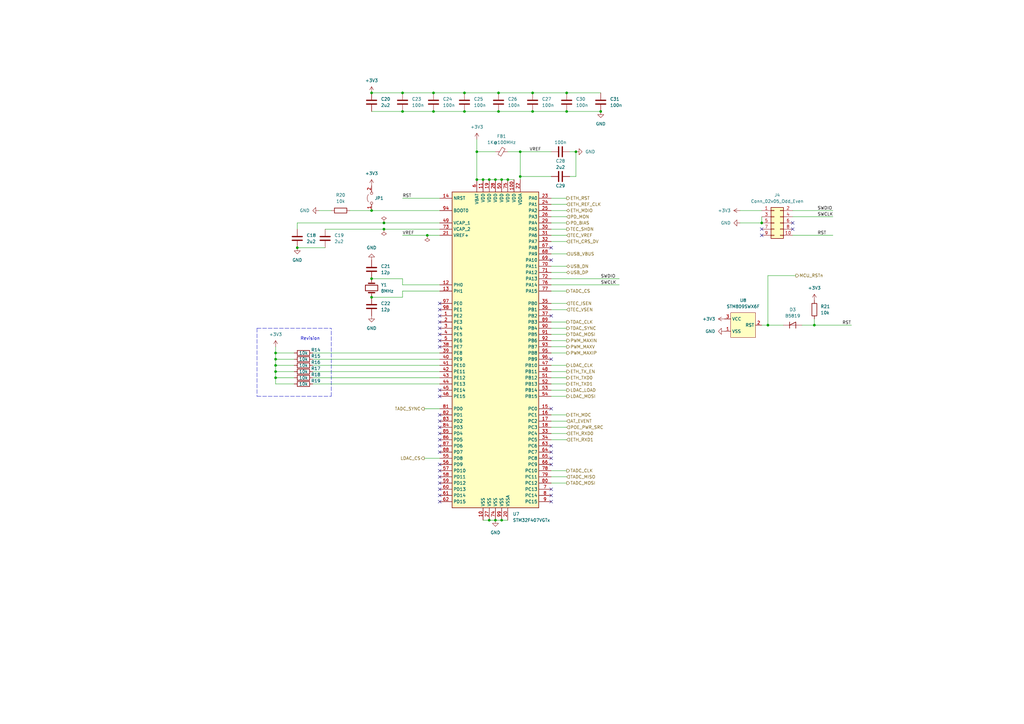
<source format=kicad_sch>
(kicad_sch (version 20211123) (generator eeschema)
  (paper "A3")
  (title_block (title "Kirdy") (date "2022-07-03") (rev "r0.1") (company "M-Labs") (comment 1 "Alex Wong Tat Hang"))
  (lib_symbols
    (symbol "Connector_Generic:Conn_02x05_Odd_Even" (pin_names (offset 1.016) hide)
      (property "Reference" "J" (at 1.27 7.62 0))
      (property "Value" "Conn_02x05_Odd_Even" (at 1.27 -7.62 0))
      (symbol "Conn_02x05_Odd_Even_1_1"
        (rectangle (start -1.27 -4.953) (end 0 -5.207) (stroke (width 0.1524)))
        (rectangle (start -1.27 -2.413) (end 0 -2.667) (stroke (width 0.1524)))
        (rectangle (start -1.27 0.127) (end 0 -0.127) (stroke (width 0.1524)))
        (rectangle (start -1.27 2.667) (end 0 2.413) (stroke (width 0.1524)))
        (rectangle (start -1.27 5.207) (end 0 4.953) (stroke (width 0.1524)))
        (rectangle (start -1.27 6.35) (end 3.81 -6.35) (stroke (width 0.254)) (fill (type background)))
        (rectangle (start 3.81 -4.953) (end 2.54 -5.207) (stroke (width 0.1524)))
        (rectangle (start 3.81 -2.413) (end 2.54 -2.667) (stroke (width 0.1524)))
        (rectangle (start 3.81 0.127) (end 2.54 -0.127) (stroke (width 0.1524)))
        (rectangle (start 3.81 2.667) (end 2.54 2.413) (stroke (width 0.1524)))
        (rectangle (start 3.81 5.207) (end 2.54 4.953) (stroke (width 0.1524)))
        (pin passive line (at -5.08 5.08 0) (length 3.81) (name "Pin_1") (number "1"))
        (pin passive line (at 7.62 -5.08 180) (length 3.81) (name "Pin_10") (number "10"))
        (pin passive line (at 7.62 5.08 180) (length 3.81) (name "Pin_2") (number "2"))
        (pin passive line (at -5.08 2.54 0) (length 3.81) (name "Pin_3") (number "3"))
        (pin passive line (at 7.62 2.54 180) (length 3.81) (name "Pin_4") (number "4"))
        (pin passive line (at -5.08 0 0) (length 3.81) (name "Pin_5") (number "5"))
        (pin passive line (at 7.62 0 180) (length 3.81) (name "Pin_6") (number "6"))
        (pin passive line (at -5.08 -2.54 0) (length 3.81) (name "Pin_7") (number "7"))
        (pin passive line (at 7.62 -2.54 180) (length 3.81) (name "Pin_8") (number "8"))
        (pin passive line (at -5.08 -5.08 0) (length 3.81) (name "Pin_9") (number "9"))
      )
    )
    (symbol "Device:C" (pin_numbers hide) (pin_names (offset 0.254))
      (property "Reference" "C" (at 0.635 2.54 0))
      (property "Value" "C" (at 0.635 -2.54 0))
      (symbol "C_0_1"
        (polyline (pts (xy -2.032 -0.762) (xy 2.032 -0.762)) (stroke (width 0.508)))
        (polyline (pts (xy -2.032 0.762) (xy 2.032 0.762)) (stroke (width 0.508)))
      )
      (symbol "C_1_1"
        (pin passive line (at 0 3.81 270) (length 2.794) (name "~") (number "1"))
        (pin passive line (at 0 -3.81 90) (length 2.794) (name "~") (number "2"))
      )
    )
    (symbol "Device:Crystal" (pin_numbers hide) (pin_names (offset 1.016) hide)
      (property "Reference" "Y" (at 0 3.81 0))
      (property "Value" "Crystal" (at 0 -3.81 0))
      (symbol "Crystal_0_1"
        (rectangle (start -1.143 2.54) (end 1.143 -2.54) (stroke (width 0.3048)))
        (polyline (pts (xy -2.54 0) (xy -1.905 0)))
        (polyline (pts (xy -1.905 -1.27) (xy -1.905 1.27)) (stroke (width 0.508)))
        (polyline (pts (xy 1.905 -1.27) (xy 1.905 1.27)) (stroke (width 0.508)))
        (polyline (pts (xy 2.54 0) (xy 1.905 0)))
      )
      (symbol "Crystal_1_1"
        (pin passive line (at -3.81 0 0) (length 1.27) (name "1") (number "1"))
        (pin passive line (at 3.81 0 180) (length 1.27) (name "2") (number "2"))
      )
    )
    (symbol "Device:D_Shockley" (pin_numbers hide) (pin_names (offset 1.016) hide)
      (property "Reference" "D" (at 0 2.54 0))
      (property "Value" "D_Shockley" (at 0 -2.54 0))
      (symbol "D_Shockley_0_1"
        (polyline (pts (xy -1.27 0) (xy 1.27 0)))
        (polyline (pts (xy -1.27 1.27) (xy -1.27 -1.27)) (stroke (width 0.254)))
        (polyline (pts (xy -1.27 0) (xy 1.27 1.27) (xy 1.27 -1.27)) (stroke (width 0.254)))
      )
      (symbol "D_Shockley_1_1"
        (pin passive line (at -3.81 0 0) (length 2.54) (name "K") (number "1"))
        (pin passive line (at 3.81 0 180) (length 2.54) (name "A") (number "2"))
      )
    )
    (symbol "Device:FerriteBead_Small" (pin_numbers hide) (pin_names (offset 0))
      (property "Reference" "FB" (at 1.905 1.27 0))
      (property "Value" "FerriteBead_Small" (at 1.905 -1.27 0))
      (symbol "FerriteBead_Small_0_1"
        (polyline (pts (xy 0 -1.27) (xy 0 -0.7874)))
        (polyline (pts (xy 0 0.889) (xy 0 1.2954)))
        (polyline (pts (xy -1.8288 0.2794) (xy -1.1176 1.4986) (xy 1.8288 -0.2032) (xy 1.1176 -1.4224) (xy -1.8288 0.2794)))
      )
      (symbol "FerriteBead_Small_1_1"
        (pin passive line (at 0 2.54 270) (length 1.27) (name "~") (number "1"))
        (pin passive line (at 0 -2.54 90) (length 1.27) (name "~") (number "2"))
      )
    )
    (symbol "Device:R" (pin_numbers hide) (pin_names (offset 0))
      (property "Reference" "R" (at 2.032 0 90))
      (property "Value" "R" (at 0 0 90))
      (symbol "R_0_1"
        (rectangle (start -1.016 -2.54) (end 1.016 2.54) (stroke (width 0.254)))
      )
      (symbol "R_1_1"
        (pin passive line (at 0 3.81 270) (length 1.27) (name "~") (number "1"))
        (pin passive line (at 0 -3.81 90) (length 1.27) (name "~") (number "2"))
      )
    )
    (symbol "Jumper:Jumper_2_Open" (pin_names (offset 0) hide)
      (property "Reference" "JP" (at 0 2.794 0))
      (property "Value" "Jumper_2_Open" (at 0 -2.286 0))
      (symbol "Jumper_2_Open_0_0"
        (circle (center -2.032 0) (radius 0.508))
        (circle (center 2.032 0) (radius 0.508))
      )
      (symbol "Jumper_2_Open_0_1"
        (arc (start 1.524 1.27) (mid 0 1.778) (end -1.524 1.27))
      )
      (symbol "Jumper_2_Open_1_1"
        (pin passive line (at -5.08 0 0) (length 2.54) (name "A") (number "1"))
        (pin passive line (at 5.08 0 180) (length 2.54) (name "B") (number "2"))
      )
    )
    (symbol "MCU_ST_STM32F4:STM32F407VGTx"
      (property "Reference" "U" (at -17.78 64.77 0))
      (property "Value" "STM32F407VGTx" (at 12.7 64.77 0))
      (symbol "STM32F407VGTx_0_1"
        (rectangle (start -17.78 -66.04) (end 17.78 63.5) (stroke (width 0.254)) (fill (type background)))
      )
      (symbol "STM32F407VGTx_1_1"
        (pin bidirectional line (at -22.86 12.7 0) (length 5.08) (name "PE2") (number "1"))
        (pin power_in line (at -5.08 -71.12 90) (length 5.08) (name "VSS") (number "10"))
        (pin power_in line (at 7.62 68.58 270) (length 5.08) (name "VDD") (number "100"))
        (pin power_in line (at -5.08 68.58 270) (length 5.08) (name "VDD") (number "11"))
        (pin input line (at -22.86 25.4 0) (length 5.08) (name "PH0") (number "12"))
        (pin input line (at -22.86 22.86 0) (length 5.08) (name "PH1") (number "13"))
        (pin input line (at -22.86 60.96 0) (length 5.08) (name "NRST") (number "14"))
        (pin bidirectional line (at 22.86 -25.4 180) (length 5.08) (name "PC0") (number "15"))
        (pin bidirectional line (at 22.86 -27.94 180) (length 5.08) (name "PC1") (number "16"))
        (pin bidirectional line (at 22.86 -30.48 180) (length 5.08) (name "PC2") (number "17"))
        (pin bidirectional line (at 22.86 -33.02 180) (length 5.08) (name "PC3") (number "18"))
        (pin power_in line (at -2.54 68.58 270) (length 5.08) (name "VDD") (number "19"))
        (pin bidirectional line (at -22.86 10.16 0) (length 5.08) (name "PE3") (number "2"))
        (pin power_in line (at 5.08 -71.12 90) (length 5.08) (name "VSSA") (number "20"))
        (pin power_in line (at -22.86 45.72 0) (length 5.08) (name "VREF+") (number "21"))
        (pin power_in line (at 10.16 68.58 270) (length 5.08) (name "VDDA") (number "22"))
        (pin bidirectional line (at 22.86 60.96 180) (length 5.08) (name "PA0") (number "23"))
        (pin bidirectional line (at 22.86 58.42 180) (length 5.08) (name "PA1") (number "24"))
        (pin bidirectional line (at 22.86 55.88 180) (length 5.08) (name "PA2") (number "25"))
        (pin bidirectional line (at 22.86 53.34 180) (length 5.08) (name "PA3") (number "26"))
        (pin power_in line (at -2.54 -71.12 90) (length 5.08) (name "VSS") (number "27"))
        (pin power_in line (at 0 68.58 270) (length 5.08) (name "VDD") (number "28"))
        (pin bidirectional line (at 22.86 50.8 180) (length 5.08) (name "PA4") (number "29"))
        (pin bidirectional line (at -22.86 7.62 0) (length 5.08) (name "PE4") (number "3"))
        (pin bidirectional line (at 22.86 48.26 180) (length 5.08) (name "PA5") (number "30"))
        (pin bidirectional line (at 22.86 45.72 180) (length 5.08) (name "PA6") (number "31"))
        (pin bidirectional line (at 22.86 43.18 180) (length 5.08) (name "PA7") (number "32"))
        (pin bidirectional line (at 22.86 -35.56 180) (length 5.08) (name "PC4") (number "33"))
        (pin bidirectional line (at 22.86 -38.1 180) (length 5.08) (name "PC5") (number "34"))
        (pin bidirectional line (at 22.86 17.78 180) (length 5.08) (name "PB0") (number "35"))
        (pin bidirectional line (at 22.86 15.24 180) (length 5.08) (name "PB1") (number "36"))
        (pin bidirectional line (at 22.86 12.7 180) (length 5.08) (name "PB2") (number "37"))
        (pin bidirectional line (at -22.86 0 0) (length 5.08) (name "PE7") (number "38"))
        (pin bidirectional line (at -22.86 -2.54 0) (length 5.08) (name "PE8") (number "39"))
        (pin bidirectional line (at -22.86 5.08 0) (length 5.08) (name "PE5") (number "4"))
        (pin bidirectional line (at -22.86 -5.08 0) (length 5.08) (name "PE9") (number "40"))
        (pin bidirectional line (at -22.86 -7.62 0) (length 5.08) (name "PE10") (number "41"))
        (pin bidirectional line (at -22.86 -10.16 0) (length 5.08) (name "PE11") (number "42"))
        (pin bidirectional line (at -22.86 -12.7 0) (length 5.08) (name "PE12") (number "43"))
        (pin bidirectional line (at -22.86 -15.24 0) (length 5.08) (name "PE13") (number "44"))
        (pin bidirectional line (at -22.86 -17.78 0) (length 5.08) (name "PE14") (number "45"))
        (pin bidirectional line (at -22.86 -20.32 0) (length 5.08) (name "PE15") (number "46"))
        (pin bidirectional line (at 22.86 -7.62 180) (length 5.08) (name "PB10") (number "47"))
        (pin bidirectional line (at 22.86 -10.16 180) (length 5.08) (name "PB11") (number "48"))
        (pin power_in line (at -22.86 50.8 0) (length 5.08) (name "VCAP_1") (number "49"))
        (pin bidirectional line (at -22.86 2.54 0) (length 5.08) (name "PE6") (number "5"))
        (pin power_in line (at 2.54 68.58 270) (length 5.08) (name "VDD") (number "50"))
        (pin bidirectional line (at 22.86 -12.7 180) (length 5.08) (name "PB12") (number "51"))
        (pin bidirectional line (at 22.86 -15.24 180) (length 5.08) (name "PB13") (number "52"))
        (pin bidirectional line (at 22.86 -17.78 180) (length 5.08) (name "PB14") (number "53"))
        (pin bidirectional line (at 22.86 -20.32 180) (length 5.08) (name "PB15") (number "54"))
        (pin bidirectional line (at -22.86 -45.72 0) (length 5.08) (name "PD8") (number "55"))
        (pin bidirectional line (at -22.86 -48.26 0) (length 5.08) (name "PD9") (number "56"))
        (pin bidirectional line (at -22.86 -50.8 0) (length 5.08) (name "PD10") (number "57"))
        (pin bidirectional line (at -22.86 -53.34 0) (length 5.08) (name "PD11") (number "58"))
        (pin bidirectional line (at -22.86 -55.88 0) (length 5.08) (name "PD12") (number "59"))
        (pin power_in line (at -7.62 68.58 270) (length 5.08) (name "VBAT") (number "6"))
        (pin bidirectional line (at -22.86 -58.42 0) (length 5.08) (name "PD13") (number "60"))
        (pin bidirectional line (at -22.86 -60.96 0) (length 5.08) (name "PD14") (number "61"))
        (pin bidirectional line (at -22.86 -63.5 0) (length 5.08) (name "PD15") (number "62"))
        (pin bidirectional line (at 22.86 -40.64 180) (length 5.08) (name "PC6") (number "63"))
        (pin bidirectional line (at 22.86 -43.18 180) (length 5.08) (name "PC7") (number "64"))
        (pin bidirectional line (at 22.86 -45.72 180) (length 5.08) (name "PC8") (number "65"))
        (pin bidirectional line (at 22.86 -48.26 180) (length 5.08) (name "PC9") (number "66"))
        (pin bidirectional line (at 22.86 40.64 180) (length 5.08) (name "PA8") (number "67"))
        (pin bidirectional line (at 22.86 38.1 180) (length 5.08) (name "PA9") (number "68"))
        (pin bidirectional line (at 22.86 35.56 180) (length 5.08) (name "PA10") (number "69"))
        (pin bidirectional line (at 22.86 -58.42 180) (length 5.08) (name "PC13") (number "7"))
        (pin bidirectional line (at 22.86 33.02 180) (length 5.08) (name "PA11") (number "70"))
        (pin bidirectional line (at 22.86 30.48 180) (length 5.08) (name "PA12") (number "71"))
        (pin bidirectional line (at 22.86 27.94 180) (length 5.08) (name "PA13") (number "72"))
        (pin power_in line (at -22.86 48.26 0) (length 5.08) (name "VCAP_2") (number "73"))
        (pin power_in line (at 0 -71.12 90) (length 5.08) (name "VSS") (number "74"))
        (pin power_in line (at 5.08 68.58 270) (length 5.08) (name "VDD") (number "75"))
        (pin bidirectional line (at 22.86 25.4 180) (length 5.08) (name "PA14") (number "76"))
        (pin bidirectional line (at 22.86 22.86 180) (length 5.08) (name "PA15") (number "77"))
        (pin bidirectional line (at 22.86 -50.8 180) (length 5.08) (name "PC10") (number "78"))
        (pin bidirectional line (at 22.86 -53.34 180) (length 5.08) (name "PC11") (number "79"))
        (pin bidirectional line (at 22.86 -60.96 180) (length 5.08) (name "PC14") (number "8"))
        (pin bidirectional line (at 22.86 -55.88 180) (length 5.08) (name "PC12") (number "80"))
        (pin bidirectional line (at -22.86 -25.4 0) (length 5.08) (name "PD0") (number "81"))
        (pin bidirectional line (at -22.86 -27.94 0) (length 5.08) (name "PD1") (number "82"))
        (pin bidirectional line (at -22.86 -30.48 0) (length 5.08) (name "PD2") (number "83"))
        (pin bidirectional line (at -22.86 -33.02 0) (length 5.08) (name "PD3") (number "84"))
        (pin bidirectional line (at -22.86 -35.56 0) (length 5.08) (name "PD4") (number "85"))
        (pin bidirectional line (at -22.86 -38.1 0) (length 5.08) (name "PD5") (number "86"))
        (pin bidirectional line (at -22.86 -40.64 0) (length 5.08) (name "PD6") (number "87"))
        (pin bidirectional line (at -22.86 -43.18 0) (length 5.08) (name "PD7") (number "88"))
        (pin bidirectional line (at 22.86 10.16 180) (length 5.08) (name "PB3") (number "89"))
        (pin bidirectional line (at 22.86 -63.5 180) (length 5.08) (name "PC15") (number "9"))
        (pin bidirectional line (at 22.86 7.62 180) (length 5.08) (name "PB4") (number "90"))
        (pin bidirectional line (at 22.86 5.08 180) (length 5.08) (name "PB5") (number "91"))
        (pin bidirectional line (at 22.86 2.54 180) (length 5.08) (name "PB6") (number "92"))
        (pin bidirectional line (at 22.86 0 180) (length 5.08) (name "PB7") (number "93"))
        (pin input line (at -22.86 55.88 0) (length 5.08) (name "BOOT0") (number "94"))
        (pin bidirectional line (at 22.86 -2.54 180) (length 5.08) (name "PB8") (number "95"))
        (pin bidirectional line (at 22.86 -5.08 180) (length 5.08) (name "PB9") (number "96"))
        (pin bidirectional line (at -22.86 17.78 0) (length 5.08) (name "PE0") (number "97"))
        (pin bidirectional line (at -22.86 15.24 0) (length 5.08) (name "PE1") (number "98"))
        (pin power_in line (at 2.54 -71.12 90) (length 5.08) (name "VSS") (number "99"))
      )
    )
    (symbol "kirdy:STM809SWX6F"
      (property "Reference" "U" (at 0 -10.16 0))
      (property "Value" "STM809SWX6F" (at 0 -7.62 0))
      (symbol "STM809SWX6F_0_0"
        (pin power_in line (at -7.62 -2.54 0) (length 2.54) (name "VSS") (number "1"))
        (pin output line (at 7.62 0 180) (length 2.54) (name "RST") (number "2"))
        (pin power_in line (at -7.62 2.54 0) (length 2.54) (name "VCC") (number "3"))
      )
      (symbol "STM809SWX6F_0_1"
        (rectangle (start -5.08 5.08) (end 5.08 -5.08) (fill (type background)))
      )
    )
    (symbol "power:+3V3" (power) (pin_names (offset 0))
      (property "Value" "+3V3" (at 0 3.556 0))
      (symbol "+3V3_0_1"
        (polyline (pts (xy -0.762 1.27) (xy 0 2.54)))
        (polyline (pts (xy 0 0) (xy 0 2.54)))
        (polyline (pts (xy 0 2.54) (xy 0.762 1.27)))
      )
      (symbol "+3V3_1_1"
        (pin power_in line (at 0 0 90) (length 0) hide (name "+3V3") (number "1"))
      )
    )
    (symbol "power:GND" (power) (pin_names (offset 0))
      (property "Value" "GND" (at 0 -3.81 0))
      (symbol "GND_0_1"
        (polyline (pts (xy 0 0) (xy 0 -1.27) (xy 1.27 -1.27) (xy 0 -2.54) (xy -1.27 -1.27) (xy 0 -1.27)))
      )
      (symbol "GND_1_1"
        (pin power_in line (at 0 0 270) (length 0) hide (name "GND") (number "1"))
      )
    )
    (symbol "power:PWR_FLAG" (power) (pin_numbers hide) (pin_names (offset 0) hide)
      (property "Value" "PWR_FLAG" (at 0 3.81 0))
      (symbol "PWR_FLAG_0_0"
        (pin power_out line (at 0 0 90) (length 0) (name "pwr") (number "1"))
      )
      (symbol "PWR_FLAG_0_1"
        (polyline (pts (xy 0 0) (xy 0 1.27) (xy -1.016 1.905) (xy 0 2.54) (xy 1.016 1.905) (xy 0 1.27)))
      )
    )
  )
  (junction (at 165.1 38.1))
  (junction (at 152.4 114.3))
  (junction (at 198.12 73.66))
  (junction (at 157.48 93.98))
  (junction (at 205.74 213.36))
  (junction (at 177.8 38.1))
  (junction (at 213.36 72.39))
  (junction (at 236.22 62.23))
  (junction (at 152.4 38.1))
  (junction (at 195.58 73.66))
  (junction (at 121.92 101.6))
  (junction (at 200.66 73.66))
  (junction (at 203.2 213.36))
  (junction (at 175.26 96.52))
  (junction (at 204.47 38.1))
  (junction (at 152.4 86.36))
  (junction (at 113.03 154.94))
  (junction (at 177.8 45.72))
  (junction (at 232.41 45.72))
  (junction (at 314.96 133.35))
  (junction (at 113.03 152.4))
  (junction (at 200.66 213.36))
  (junction (at 157.48 91.44))
  (junction (at 208.28 73.66))
  (junction (at 113.03 144.78))
  (junction (at 190.5 45.72))
  (junction (at 165.1 45.72))
  (junction (at 203.2 73.66))
  (junction (at 232.41 38.1))
  (junction (at 334.01 133.35))
  (junction (at 213.36 62.23))
  (junction (at 190.5 38.1))
  (junction (at 204.47 45.72))
  (junction (at 113.03 147.32))
  (junction (at 218.44 38.1))
  (junction (at 246.38 45.72))
  (junction (at 205.74 73.66))
  (junction (at 152.4 121.92))
  (junction (at 195.58 62.23))
  (junction (at 312.42 91.44))
  (junction (at 218.44 45.72))
  (junction (at 113.03 149.86))
  (no_connect (at 312.42 96.52))
  (no_connect (at 325.12 93.98))
  (no_connect (at 325.12 91.44))
  (no_connect (at 312.42 93.98))
  (no_connect (at 180.34 198.12))
  (no_connect (at 180.34 200.66))
  (no_connect (at 180.34 203.2))
  (no_connect (at 180.34 205.74))
  (no_connect (at 226.06 200.66))
  (no_connect (at 226.06 203.2))
  (no_connect (at 226.06 205.74))
  (no_connect (at 226.06 187.96))
  (no_connect (at 226.06 190.5))
  (no_connect (at 180.34 170.18))
  (no_connect (at 180.34 172.72))
  (no_connect (at 180.34 175.26))
  (no_connect (at 180.34 177.8))
  (no_connect (at 180.34 180.34))
  (no_connect (at 180.34 182.88))
  (no_connect (at 180.34 185.42))
  (no_connect (at 180.34 190.5))
  (no_connect (at 180.34 193.04))
  (no_connect (at 180.34 195.58))
  (no_connect (at 226.06 101.6))
  (no_connect (at 226.06 106.68))
  (no_connect (at 226.06 129.54))
  (no_connect (at 180.34 129.54))
  (no_connect (at 180.34 124.46))
  (no_connect (at 180.34 127))
  (no_connect (at 226.06 147.32))
  (no_connect (at 226.06 167.64))
  (no_connect (at 226.06 182.88))
  (no_connect (at 226.06 185.42))
  (no_connect (at 180.34 162.56))
  (no_connect (at 180.34 160.02))
  (no_connect (at 180.34 132.08))
  (no_connect (at 180.34 134.62))
  (no_connect (at 180.34 137.16))
  (no_connect (at 180.34 139.7))
  (no_connect (at 180.34 142.24))
  (wire (pts (xy 226.06 180.34) (xy 232.41 180.34)))
  (wire (pts (xy 226.06 170.18) (xy 232.41 170.18)))
  (wire (pts (xy 226.06 160.02) (xy 232.41 160.02)))
  (wire (pts (xy 226.06 99.06) (xy 232.41 99.06)))
  (wire (pts (xy 165.1 116.84) (xy 180.34 116.84)))
  (wire (pts (xy 226.06 104.14) (xy 232.41 104.14)))
  (wire (pts (xy 226.06 86.36) (xy 232.41 86.36)))
  (polyline (pts (xy 105.41 162.56) (xy 135.89 162.56)))
  (wire (pts (xy 175.26 96.52) (xy 180.34 96.52)))
  (wire (pts (xy 198.12 213.36) (xy 200.66 213.36)))
  (wire (pts (xy 218.44 45.72) (xy 232.41 45.72)))
  (wire (pts (xy 312.42 88.9) (xy 312.42 91.44)))
  (wire (pts (xy 165.1 81.28) (xy 180.34 81.28)))
  (wire (pts (xy 233.68 72.39) (xy 236.22 72.39)))
  (wire (pts (xy 113.03 152.4) (xy 113.03 154.94)))
  (wire (pts (xy 195.58 62.23) (xy 203.2 62.23)))
  (wire (pts (xy 121.92 101.6) (xy 133.35 101.6)))
  (wire (pts (xy 173.99 187.96) (xy 180.34 187.96)))
  (wire (pts (xy 325.12 96.52) (xy 341.63 96.52)))
  (wire (pts (xy 203.2 213.36) (xy 205.74 213.36)))
  (wire (pts (xy 328.93 133.35) (xy 334.01 133.35)))
  (wire (pts (xy 312.42 133.35) (xy 314.96 133.35)))
  (wire (pts (xy 226.06 139.7) (xy 232.41 139.7)))
  (polyline (pts (xy 135.89 162.56) (xy 135.89 134.62)))
  (wire (pts (xy 226.06 116.84) (xy 254 116.84)))
  (wire (pts (xy 204.47 38.1) (xy 218.44 38.1)))
  (wire (pts (xy 113.03 152.4) (xy 120.65 152.4)))
  (wire (pts (xy 128.27 149.86) (xy 180.34 149.86)))
  (wire (pts (xy 113.03 149.86) (xy 120.65 149.86)))
  (wire (pts (xy 152.4 45.72) (xy 165.1 45.72)))
  (wire (pts (xy 157.48 93.98) (xy 180.34 93.98)))
  (wire (pts (xy 314.96 113.03) (xy 326.39 113.03)))
  (wire (pts (xy 128.27 147.32) (xy 180.34 147.32)))
  (wire (pts (xy 165.1 119.38) (xy 165.1 121.92)))
  (wire (pts (xy 208.28 62.23) (xy 213.36 62.23)))
  (wire (pts (xy 113.03 154.94) (xy 113.03 157.48)))
  (wire (pts (xy 133.35 93.98) (xy 157.48 93.98)))
  (wire (pts (xy 226.06 177.8) (xy 232.41 177.8)))
  (wire (pts (xy 226.06 193.04) (xy 232.41 193.04)))
  (wire (pts (xy 334.01 133.35) (xy 334.01 130.81)))
  (wire (pts (xy 113.03 147.32) (xy 113.03 149.86)))
  (wire (pts (xy 334.01 133.35) (xy 349.25 133.35)))
  (wire (pts (xy 113.03 154.94) (xy 120.65 154.94)))
  (wire (pts (xy 226.06 154.94) (xy 232.41 154.94)))
  (wire (pts (xy 213.36 62.23) (xy 213.36 72.39)))
  (wire (pts (xy 226.06 111.76) (xy 232.41 111.76)))
  (wire (pts (xy 226.06 134.62) (xy 232.41 134.62)))
  (wire (pts (xy 226.06 149.86) (xy 232.41 149.86)))
  (wire (pts (xy 314.96 133.35) (xy 321.31 133.35)))
  (wire (pts (xy 226.06 137.16) (xy 232.41 137.16)))
  (wire (pts (xy 226.06 93.98) (xy 232.41 93.98)))
  (wire (pts (xy 177.8 38.1) (xy 190.5 38.1)))
  (wire (pts (xy 200.66 213.36) (xy 203.2 213.36)))
  (wire (pts (xy 203.2 73.66) (xy 205.74 73.66)))
  (wire (pts (xy 195.58 62.23) (xy 195.58 73.66)))
  (wire (pts (xy 233.68 62.23) (xy 236.22 62.23)))
  (wire (pts (xy 177.8 45.72) (xy 190.5 45.72)))
  (wire (pts (xy 226.06 198.12) (xy 232.41 198.12)))
  (wire (pts (xy 232.41 38.1) (xy 246.38 38.1)))
  (wire (pts (xy 195.58 73.66) (xy 198.12 73.66)))
  (wire (pts (xy 213.36 62.23) (xy 226.06 62.23)))
  (wire (pts (xy 165.1 121.92) (xy 152.4 121.92)))
  (wire (pts (xy 113.03 144.78) (xy 113.03 147.32)))
  (wire (pts (xy 226.06 172.72) (xy 232.41 172.72)))
  (wire (pts (xy 152.4 86.36) (xy 180.34 86.36)))
  (wire (pts (xy 198.12 73.66) (xy 200.66 73.66)))
  (wire (pts (xy 113.03 144.78) (xy 120.65 144.78)))
  (wire (pts (xy 113.03 149.86) (xy 113.03 152.4)))
  (wire (pts (xy 213.36 72.39) (xy 213.36 73.66)))
  (wire (pts (xy 226.06 124.46) (xy 232.41 124.46)))
  (wire (pts (xy 226.06 152.4) (xy 232.41 152.4)))
  (wire (pts (xy 325.12 86.36) (xy 341.63 86.36)))
  (polyline (pts (xy 105.41 134.62) (xy 105.41 162.56)))
  (wire (pts (xy 226.06 195.58) (xy 232.41 195.58)))
  (wire (pts (xy 165.1 96.52) (xy 175.26 96.52)))
  (wire (pts (xy 113.03 147.32) (xy 120.65 147.32)))
  (wire (pts (xy 208.28 73.66) (xy 210.82 73.66)))
  (wire (pts (xy 165.1 45.72) (xy 177.8 45.72)))
  (wire (pts (xy 165.1 119.38) (xy 180.34 119.38)))
  (wire (pts (xy 226.06 142.24) (xy 232.41 142.24)))
  (wire (pts (xy 165.1 116.84) (xy 165.1 114.3)))
  (wire (pts (xy 226.06 132.08) (xy 232.41 132.08)))
  (wire (pts (xy 121.92 93.98) (xy 121.92 91.44)))
  (wire (pts (xy 213.36 72.39) (xy 226.06 72.39)))
  (wire (pts (xy 128.27 154.94) (xy 180.34 154.94)))
  (wire (pts (xy 236.22 72.39) (xy 236.22 62.23)))
  (wire (pts (xy 205.74 73.66) (xy 208.28 73.66)))
  (wire (pts (xy 157.48 91.44) (xy 180.34 91.44)))
  (wire (pts (xy 226.06 109.22) (xy 232.41 109.22)))
  (wire (pts (xy 113.03 142.24) (xy 113.03 144.78)))
  (wire (pts (xy 303.53 91.44) (xy 312.42 91.44)))
  (wire (pts (xy 218.44 38.1) (xy 232.41 38.1)))
  (wire (pts (xy 113.03 157.48) (xy 120.65 157.48)))
  (wire (pts (xy 226.06 175.26) (xy 232.41 175.26)))
  (wire (pts (xy 226.06 88.9) (xy 232.41 88.9)))
  (wire (pts (xy 232.41 45.72) (xy 246.38 45.72)))
  (wire (pts (xy 314.96 133.35) (xy 314.96 113.03)))
  (wire (pts (xy 226.06 96.52) (xy 232.41 96.52)))
  (wire (pts (xy 195.58 57.15) (xy 195.58 62.23)))
  (wire (pts (xy 226.06 119.38) (xy 232.41 119.38)))
  (wire (pts (xy 190.5 38.1) (xy 204.47 38.1)))
  (wire (pts (xy 165.1 38.1) (xy 177.8 38.1)))
  (wire (pts (xy 152.4 38.1) (xy 165.1 38.1)))
  (wire (pts (xy 204.47 45.72) (xy 218.44 45.72)))
  (wire (pts (xy 226.06 127) (xy 232.41 127)))
  (wire (pts (xy 226.06 81.28) (xy 232.41 81.28)))
  (wire (pts (xy 226.06 83.82) (xy 232.41 83.82)))
  (wire (pts (xy 205.74 213.36) (xy 208.28 213.36)))
  (wire (pts (xy 303.53 86.36) (xy 312.42 86.36)))
  (wire (pts (xy 226.06 144.78) (xy 232.41 144.78)))
  (wire (pts (xy 165.1 114.3) (xy 152.4 114.3)))
  (polyline (pts (xy 105.41 134.62) (xy 135.89 134.62)))
  (wire (pts (xy 143.51 86.36) (xy 152.4 86.36)))
  (wire (pts (xy 226.06 91.44) (xy 232.41 91.44)))
  (wire (pts (xy 130.81 86.36) (xy 135.89 86.36)))
  (wire (pts (xy 121.92 91.44) (xy 157.48 91.44)))
  (wire (pts (xy 226.06 162.56) (xy 232.41 162.56)))
  (wire (pts (xy 190.5 45.72) (xy 204.47 45.72)))
  (wire (pts (xy 128.27 144.78) (xy 180.34 144.78)))
  (wire (pts (xy 226.06 114.3) (xy 254 114.3)))
  (wire (pts (xy 226.06 157.48) (xy 232.41 157.48)))
  (wire (pts (xy 325.12 88.9) (xy 341.63 88.9)))
  (wire (pts (xy 173.99 167.64) (xy 180.34 167.64)))
  (wire (pts (xy 128.27 152.4) (xy 180.34 152.4)))
  (wire (pts (xy 128.27 157.48) (xy 180.34 157.48)))
  (wire (pts (xy 200.66 73.66) (xy 203.2 73.66)))
  (text "Revision\n" (at 123.19 139.7 0) (effects (font (size 1.27 1.27)) (justify left bottom)))
  (label "VREF" (at 217.17 62.23 0))
  (label "SWDIO" (at 246.38 114.3 0))
  (label "SWCLK" (at 335.28 88.9 0))
  (label "RST" (at 165.1 81.28 0))
  (label "SWDIO" (at 335.28 86.36 0))
  (label "VREF" (at 165.1 96.52 0))
  (label "RST" (at 345.44 133.35 0))
  (label "RST" (at 335.28 96.52 0))
  (label "SWCLK" (at 246.38 116.84 0))
  (hierarchical_label "USB_DP" (shape bidirectional) (at 232.41 111.76 0))
  (hierarchical_label "TEC_VREF" (shape input) (at 232.41 96.52 0))
  (hierarchical_label "ETH_REF_CLK" (shape input) (at 232.41 83.82 0))
  (hierarchical_label "USB_VBUS" (shape input) (at 232.41 104.14 0))
  (hierarchical_label "TADC_CLK" (shape output) (at 232.41 193.04 0))
  (hierarchical_label "TDAC_MOSI" (shape output) (at 232.41 137.16 0))
  (hierarchical_label "PWM_MAXIP" (shape output) (at 232.41 144.78 0))
  (hierarchical_label "USB_DN" (shape bidirectional) (at 232.41 109.22 0))
  (hierarchical_label "ETH_RST" (shape output) (at 232.41 81.28 0))
  (hierarchical_label "TEC_SHDN" (shape output) (at 232.41 93.98 0))
  (hierarchical_label "ETH_TXD1" (shape output) (at 232.41 157.48 0))
  (hierarchical_label "ETH_MDIO" (shape bidirectional) (at 232.41 86.36 0))
  (hierarchical_label "LDAC_MOSI" (shape output) (at 232.41 162.56 0))
  (hierarchical_label "AT_EVENT" (shape input) (at 232.41 172.72 0))
  (hierarchical_label "PWM_MAXV" (shape output) (at 232.41 142.24 0))
  (hierarchical_label "POE_PWR_SRC" (shape input) (at 232.41 175.26 0))
  (hierarchical_label "MCU_RSTn" (shape output) (at 326.39 113.03 0))
  (hierarchical_label "TADC_CS" (shape output) (at 232.41 119.38 0))
  (hierarchical_label "ETH_RXD0" (shape input) (at 232.41 177.8 0))
  (hierarchical_label "PD_BIAS" (shape output) (at 232.41 91.44 0))
  (hierarchical_label "TADC_MISO" (shape input) (at 232.41 195.58 0))
  (hierarchical_label "LDAC_CS" (shape output) (at 173.99 187.96 180))
  (hierarchical_label "TADC_MOSI" (shape output) (at 232.41 198.12 0))
  (hierarchical_label "ETH_CRS_DV" (shape input) (at 232.41 99.06 0))
  (hierarchical_label "TADC_SYNC" (shape output) (at 173.99 167.64 180))
  (hierarchical_label "PWM_MAXIN" (shape output) (at 232.41 139.7 0))
  (hierarchical_label "TEC_ISEN" (shape input) (at 232.41 124.46 0))
  (hierarchical_label "TEC_VSEN" (shape input) (at 232.41 127 0))
  (hierarchical_label "ETH_TX_EN" (shape output) (at 232.41 152.4 0))
  (hierarchical_label "TDAC_SYNC" (shape output) (at 232.41 134.62 0))
  (hierarchical_label "ETH_TXD0" (shape output) (at 232.41 154.94 0))
  (hierarchical_label "PD_MON" (shape input) (at 232.41 88.9 0))
  (hierarchical_label "ETH_RXD1" (shape input) (at 232.41 180.34 0))
  (hierarchical_label "LDAC_LOAD" (shape output) (at 232.41 160.02 0))
  (hierarchical_label "ETH_MDC" (shape output) (at 232.41 170.18 0))
  (hierarchical_label "LDAC_CLK" (shape output) (at 232.41 149.86 0))
  (hierarchical_label "TDAC_CLK" (shape output) (at 232.41 132.08 0))
  (symbol (lib_id "Connector_Generic:Conn_02x05_Odd_Even") (at 317.5 91.44 0) (unit 1)
    (property "Reference" "J4" (at 318.77 80.01 0))
    (property "Value" "Conn_02x05_Odd_Even" (at 318.77 82.55 0))
  )
  (symbol (lib_id "Device:FerriteBead_Small") (at 205.74 62.23 90) (unit 1)
    (property "Reference" "FB1" (at 205.7019 55.88 90))
    (property "Value" "1K@100MHz" (at 205.7019 58.42 90))
  )
  (symbol (lib_id "power:+3V3") (at 152.4 76.2 0) (unit 1)
    (property "Reference" "#PWR045" (effects hide))
    (property "Value" "+3V3" (at 152.4 71.12 0))
  )
  (symbol (lib_id "Device:C") (at 133.35 97.79 0) (unit 1)
    (property "Reference" "C19" (at 137.16 96.5199 0) (effects (justify left)))
    (property "Value" "2u2" (at 137.16 99.0599 0) (effects (justify left)))
  )
  (symbol (lib_id "Device:R") (at 334.01 127 0) (unit 1)
    (property "Reference" "R21" (at 336.55 125.7299 0) (effects (justify left)))
    (property "Value" "10k" (at 336.55 128.2699 0) (effects (justify left)))
  )
  (symbol (lib_id "kirdy:STM809SWX6F") (at 304.8 133.35 0) (unit 1)
    (property "Reference" "U8" (at 304.8 123.19 0))
    (property "Value" "STM809SWX6F" (at 304.8 125.73 0))
    (property "Footprint" "Package_TO_SOT_SMD:SOT-23" (effects hide))
  )
  (symbol (lib_id "Device:C") (at 177.8 41.91 0) (unit 1)
    (property "Reference" "C24" (at 181.61 40.6399 0) (effects (justify left)))
    (property "Value" "100n" (at 181.61 43.1799 0) (effects (justify left)))
  )
  (symbol (lib_id "Device:C") (at 232.41 41.91 0) (unit 1)
    (property "Reference" "C30" (at 236.22 40.6399 0) (effects (justify left)))
    (property "Value" "100n" (at 236.22 43.1799 0) (effects (justify left)))
  )
  (symbol (lib_id "Device:R") (at 124.46 149.86 90) (unit 1)
    (property "Reference" "R16" (at 129.54 148.59 90))
    (property "Value" "10k" (at 124.46 149.86 90))
  )
  (symbol (lib_id "Device:C") (at 190.5 41.91 0) (unit 1)
    (property "Reference" "C25" (at 194.31 40.6399 0) (effects (justify left)))
    (property "Value" "100n" (at 194.31 43.1799 0) (effects (justify left)))
  )
  (symbol (lib_id "power:+3V3") (at 334.01 123.19 0) (unit 1)
    (property "Reference" "#PWR056" (effects hide))
    (property "Value" "+3V3" (at 334.01 118.11 0))
  )
  (symbol (lib_id "power:GND") (at 236.22 62.23 90) (unit 1)
    (property "Reference" "#PWR050" (effects hide))
    (property "Value" "GND" (at 240.03 62.2299 90) (effects (justify right)))
  )
  (symbol (lib_id "power:GND") (at 203.2 213.36 0) (unit 1)
    (property "Reference" "#PWR049" (effects hide))
    (property "Value" "GND" (at 203.2 218.44 0))
  )
  (symbol (lib_id "Device:C") (at 246.38 41.91 0) (unit 1)
    (property "Reference" "C31" (at 250.19 40.6399 0) (effects (justify left)))
    (property "Value" "100n" (at 250.19 43.1799 0) (effects (justify left)))
  )
  (symbol (lib_id "Jumper:Jumper_2_Open") (at 152.4 81.28 90) (unit 1)
    (property "Reference" "JP1" (at 153.67 81.28 90) (effects (justify right)))
    (property "Value" "Jumper_2_Open" (effects hide))
  )
  (symbol (lib_id "power:+3V3") (at 303.53 86.36 90) (unit 1)
    (property "Reference" "#PWR054" (effects hide))
    (property "Value" "+3V3" (at 299.72 86.3599 90) (effects (justify left)))
  )
  (symbol (lib_id "Device:C") (at 218.44 41.91 0) (unit 1)
    (property "Reference" "C27" (at 222.25 40.6399 0) (effects (justify left)))
    (property "Value" "100n" (at 222.25 43.1799 0) (effects (justify left)))
  )
  (symbol (lib_id "Device:Crystal") (at 152.4 118.11 90) (unit 1)
    (property "Reference" "Y1" (at 156.21 116.8399 90) (effects (justify right)))
    (property "Value" "8MHz" (at 156.21 119.3799 90) (effects (justify right)))
  )
  (symbol (lib_id "power:PWR_FLAG") (at 157.48 93.98 180) (unit 1)
    (property "Reference" "#FLG04" (effects hide))
    (property "Value" "PWR_FLAG" (effects hide))
  )
  (symbol (lib_id "MCU_ST_STM32F4:STM32F407VGTx") (at 203.2 142.24 0) (unit 1)
    (property "Reference" "U7" (at 210.2994 210.82 0) (effects (justify left)))
    (property "Value" "STM32F407VGTx" (at 210.2994 213.36 0) (effects (justify left)))
    (property "Footprint" "Package_QFP:LQFP-100_14x14mm_P0.5mm" (effects hide))
    (property "Datasheet" "http://www.st.com/st-web-ui/static/active/en/resource/technical/document/datasheet/DM00037051.pdf" (effects hide))
  )
  (symbol (lib_id "Device:R") (at 124.46 147.32 90) (unit 1)
    (property "Reference" "R15" (at 129.54 146.05 90))
    (property "Value" "10k" (at 124.46 147.32 90))
  )
  (symbol (lib_id "power:PWR_FLAG") (at 157.48 91.44 0) (unit 1)
    (property "Reference" "#FLG03" (effects hide))
    (property "Value" "PWR_FLAG" (effects hide))
  )
  (symbol (lib_id "power:+3V3") (at 113.03 142.24 0) (unit 1)
    (property "Reference" "#PWR041" (effects hide))
    (property "Value" "+3V3" (at 113.03 137.16 0))
  )
  (symbol (lib_id "power:GND") (at 297.18 135.89 270) (unit 1)
    (property "Reference" "#PWR053" (effects hide))
    (property "Value" "GND" (at 293.37 135.8899 90) (effects (justify right)))
  )
  (symbol (lib_id "Device:C") (at 229.87 62.23 90) (unit 1)
    (property "Reference" "C28" (at 229.87 66.04 90))
    (property "Value" "100n" (at 229.87 58.42 90))
  )
  (symbol (lib_id "Device:C") (at 229.87 72.39 90) (unit 1)
    (property "Reference" "C29" (at 229.87 76.2 90))
    (property "Value" "2u2" (at 229.87 68.58 90))
  )
  (symbol (lib_id "Device:C") (at 165.1 41.91 0) (unit 1)
    (property "Reference" "C23" (at 168.91 40.6399 0) (effects (justify left)))
    (property "Value" "100n" (at 168.91 43.1799 0) (effects (justify left)))
  )
  (symbol (lib_id "Device:R") (at 124.46 144.78 90) (unit 1)
    (property "Reference" "R14" (at 129.54 143.51 90))
    (property "Value" "10k" (at 124.46 144.78 90))
  )
  (symbol (lib_id "power:GND") (at 246.38 45.72 0) (unit 1)
    (property "Reference" "#PWR051" (effects hide))
    (property "Value" "GND" (at 246.38 50.8 0))
  )
  (symbol (lib_id "Device:R") (at 124.46 152.4 90) (unit 1)
    (property "Reference" "R17" (at 129.54 151.13 90))
    (property "Value" "10k" (at 124.46 152.4 90))
  )
  (symbol (lib_id "power:GND") (at 152.4 129.54 0) (unit 1)
    (property "Reference" "#PWR047" (effects hide))
    (property "Value" "GND" (at 152.4 134.62 0))
  )
  (symbol (lib_id "power:PWR_FLAG") (at 175.26 96.52 180) (unit 1)
    (property "Reference" "#FLG05" (effects hide))
    (property "Value" "PWR_FLAG" (effects hide))
  )
  (symbol (lib_id "Device:C") (at 204.47 41.91 0) (unit 1)
    (property "Reference" "C26" (at 208.28 40.6399 0) (effects (justify left)))
    (property "Value" "100n" (at 208.28 43.1799 0) (effects (justify left)))
  )
  (symbol (lib_id "power:GND") (at 130.81 86.36 270) (unit 1)
    (property "Reference" "#PWR043" (effects hide))
    (property "Value" "GND" (at 127 86.3599 90) (effects (justify right)))
  )
  (symbol (lib_id "Device:C") (at 121.92 97.79 0) (unit 1)
    (property "Reference" "C18" (at 125.73 96.5199 0) (effects (justify left)))
    (property "Value" "2u2" (at 125.73 99.0599 0) (effects (justify left)))
  )
  (symbol (lib_id "Device:R") (at 139.7 86.36 90) (unit 1)
    (property "Reference" "R20" (at 139.7 80.01 90))
    (property "Value" "10k" (at 139.7 82.55 90))
  )
  (symbol (lib_id "power:+3V3") (at 195.58 57.15 0) (unit 1)
    (property "Reference" "#PWR048" (effects hide))
    (property "Value" "+3V3" (at 195.58 52.07 0))
  )
  (symbol (lib_id "power:+3V3") (at 297.18 130.81 90) (unit 1)
    (property "Reference" "#PWR052" (effects hide))
    (property "Value" "+3V3" (at 293.37 130.8099 90) (effects (justify left)))
  )
  (symbol (lib_id "power:GND") (at 303.53 91.44 270) (unit 1)
    (property "Reference" "#PWR055" (effects hide))
    (property "Value" "GND" (at 299.72 91.4399 90) (effects (justify right)))
  )
  (symbol (lib_id "power:GND") (at 121.92 101.6 0) (unit 1)
    (property "Reference" "#PWR042" (effects hide))
    (property "Value" "GND" (at 121.92 106.68 0))
  )
  (symbol (lib_id "Device:C") (at 152.4 125.73 0) (unit 1)
    (property "Reference" "C22" (at 156.21 124.4599 0) (effects (justify left)))
    (property "Value" "12p" (at 156.21 126.9999 0) (effects (justify left)))
  )
  (symbol (lib_id "power:+3V3") (at 152.4 38.1 0) (unit 1)
    (property "Reference" "#PWR044" (effects hide))
    (property "Value" "+3V3" (at 152.4 33.02 0))
  )
  (symbol (lib_id "Device:D_Shockley") (at 325.12 133.35 0) (unit 1)
    (property "Reference" "D3" (at 325.12 127 0))
    (property "Value" "B5819" (at 325.12 129.54 0))
  )
  (symbol (lib_id "Device:C") (at 152.4 41.91 0) (unit 1)
    (property "Reference" "C20" (at 156.21 40.6399 0) (effects (justify left)))
    (property "Value" "2u2" (at 156.21 43.1799 0) (effects (justify left)))
  )
  (symbol (lib_id "Device:C") (at 152.4 110.49 0) (unit 1)
    (property "Reference" "C21" (at 156.21 109.2199 0) (effects (justify left)))
    (property "Value" "12p" (at 156.21 111.7599 0) (effects (justify left)))
  )
  (symbol (lib_id "power:GND") (at 152.4 106.68 180) (unit 1)
    (property "Reference" "#PWR046" (effects hide))
    (property "Value" "GND" (at 152.4 101.6 0))
  )
  (symbol (lib_id "Device:R") (at 124.46 154.94 90) (unit 1)
    (property "Reference" "R18" (at 129.54 153.67 90))
    (property "Value" "10k" (at 124.46 154.94 90))
  )
  (symbol (lib_id "Device:R") (at 124.46 157.48 90) (unit 1)
    (property "Reference" "R19" (at 129.54 156.21 90))
    (property "Value" "10k" (at 124.46 157.48 90))
  )
)
</source>
